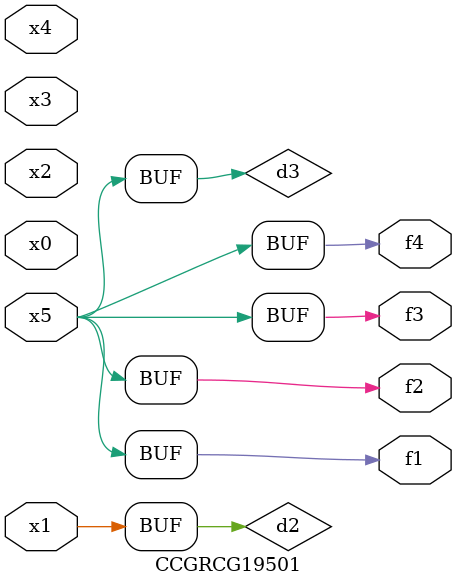
<source format=v>
module CCGRCG19501(
	input x0, x1, x2, x3, x4, x5,
	output f1, f2, f3, f4
);

	wire d1, d2, d3;

	not (d1, x5);
	or (d2, x1);
	xnor (d3, d1);
	assign f1 = d3;
	assign f2 = d3;
	assign f3 = d3;
	assign f4 = d3;
endmodule

</source>
